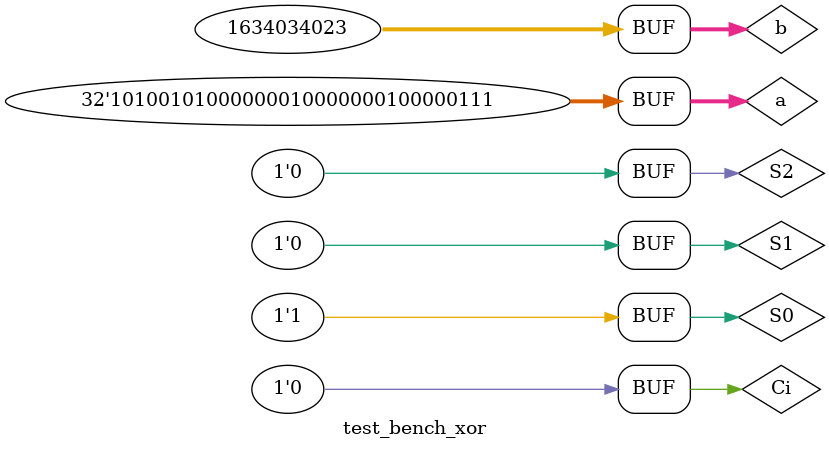
<source format=v>
`define DELAY 20
module test_bench_xor();
reg [31:0]a,b; 
reg S0,S1,S2,Ci;
wire [31:0]F;
wire Co;
alu_32_bit ahmet (a, b,S0,S1,S2,Ci,F,Co);

initial begin
a = 32'b00000001000000010000000100000001; b = 32'b01100001011000010110000101100001; Ci=1'b0;  S0 = 1'b1; S1 = 1'b0; S2 = 1'b0;
#`DELAY;

a = 32'b00000001000000010000000100001111; b = 32'b01100001001000010110000001100001; Ci=1'b0;  S0 = 1'b1; S1 = 1'b0; S2 = 1'b0;
#`DELAY;

a = 32'b00100101000000010000000100000111; b = 32'b01100001011000010110000101100111; Ci=1'b0;  S0 = 1'b1; S1 = 1'b0; S2 = 1'b0;
#`DELAY;

a = 32'b10100101000000010000000100000111; b = 32'b01100001011001010110000101100111; Ci=1'b0;  S0 = 1'b1; S1 = 1'b0; S2 = 1'b0;
#`DELAY;
end

 
 
initial
begin
$monitor("time = %2d, a =%32b, b=%32b, A xor B=%32b",$time, a, b,F);
end
 
endmodule
</source>
